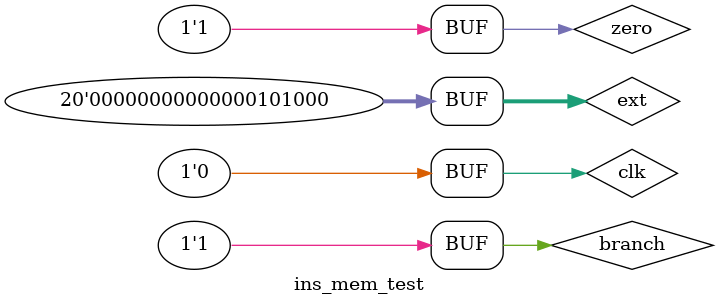
<source format=v>
`timescale 1ns / 1ps


module ins_mem_test;

	// Inputs
	reg clk;
	reg [19:0] ext;
	reg zero;
	reg branch;

	// Outputs
	wire [19:0] ins;

	// Instantiate the Unit Under Test (UUT)
	Instruction_memory uut (
		.clk(clk), 
		.ext(ext), 
		.ins(ins), 
		.zero(zero), 
		.branch(branch)
	);

	initial begin
		// Initialize Inputs
		clk = 0;
		ext = 40;
		zero = 1;
		branch = 1;

		// Wait 100 ns for global reset to finish
		#100;
        
		// Add stimulus here

	end
      
endmodule


</source>
